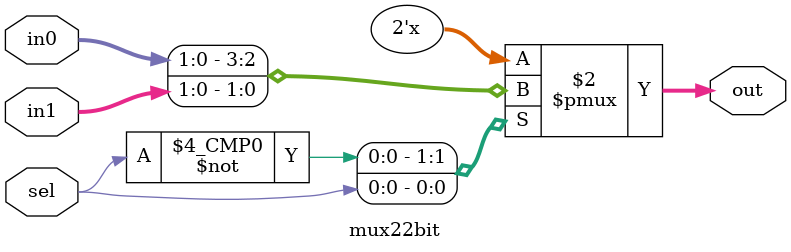
<source format=v>
module mux22bit(input wire [1:0]in0,
				  input wire [1:0]in1,
				  input wire sel,
				  output reg [1:0]out
				  );
always @(*)
begin
case(sel)
0: out=in0;
1: out=in1;
default: out= 0;
endcase
end
endmodule 
</source>
